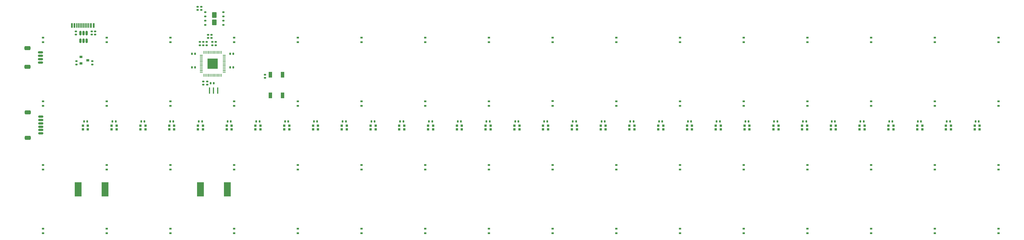
<source format=gbr>
%TF.GenerationSoftware,KiCad,Pcbnew,(6.0.11)*%
%TF.CreationDate,2023-02-13T13:43:31-05:00*%
%TF.ProjectId,HardLight,48617264-4c69-4676-9874-2e6b69636164,Mark 2 Rev F*%
%TF.SameCoordinates,Original*%
%TF.FileFunction,Paste,Bot*%
%TF.FilePolarity,Positive*%
%FSLAX46Y46*%
G04 Gerber Fmt 4.6, Leading zero omitted, Abs format (unit mm)*
G04 Created by KiCad (PCBNEW (6.0.11)) date 2023-02-13 13:43:31*
%MOMM*%
%LPD*%
G01*
G04 APERTURE LIST*
G04 Aperture macros list*
%AMRoundRect*
0 Rectangle with rounded corners*
0 $1 Rounding radius*
0 $2 $3 $4 $5 $6 $7 $8 $9 X,Y pos of 4 corners*
0 Add a 4 corners polygon primitive as box body*
4,1,4,$2,$3,$4,$5,$6,$7,$8,$9,$2,$3,0*
0 Add four circle primitives for the rounded corners*
1,1,$1+$1,$2,$3*
1,1,$1+$1,$4,$5*
1,1,$1+$1,$6,$7*
1,1,$1+$1,$8,$9*
0 Add four rect primitives between the rounded corners*
20,1,$1+$1,$2,$3,$4,$5,0*
20,1,$1+$1,$4,$5,$6,$7,0*
20,1,$1+$1,$6,$7,$8,$9,0*
20,1,$1+$1,$8,$9,$2,$3,0*%
G04 Aperture macros list end*
%ADD10RoundRect,0.147500X0.172500X-0.147500X0.172500X0.147500X-0.172500X0.147500X-0.172500X-0.147500X0*%
%ADD11RoundRect,0.147500X-0.172500X0.147500X-0.172500X-0.147500X0.172500X-0.147500X0.172500X0.147500X0*%
%ADD12RoundRect,0.147500X-0.147500X-0.172500X0.147500X-0.172500X0.147500X0.172500X-0.147500X0.172500X0*%
%ADD13RoundRect,0.250000X0.292217X0.292217X-0.292217X0.292217X-0.292217X-0.292217X0.292217X-0.292217X0*%
%ADD14RoundRect,0.050000X0.387500X0.050000X-0.387500X0.050000X-0.387500X-0.050000X0.387500X-0.050000X0*%
%ADD15RoundRect,0.050000X0.050000X0.387500X-0.050000X0.387500X-0.050000X-0.387500X0.050000X-0.387500X0*%
%ADD16R,3.050000X3.050000*%
%ADD17R,0.700000X0.600000*%
%ADD18R,0.900000X0.800000*%
%ADD19RoundRect,0.147500X0.147500X0.172500X-0.147500X0.172500X-0.147500X-0.172500X0.147500X-0.172500X0*%
%ADD20R,0.600000X1.450000*%
%ADD21R,0.300000X1.450000*%
%ADD22R,0.700000X0.700000*%
%ADD23R,2.000000X4.200000*%
%ADD24RoundRect,0.150000X0.625000X-0.150000X0.625000X0.150000X-0.625000X0.150000X-0.625000X-0.150000X0*%
%ADD25RoundRect,0.250000X0.650000X-0.350000X0.650000X0.350000X-0.650000X0.350000X-0.650000X-0.350000X0*%
%ADD26RoundRect,0.250000X0.435000X0.615000X-0.435000X0.615000X-0.435000X-0.615000X0.435000X-0.615000X0*%
%ADD27RoundRect,0.125000X0.250000X0.125000X-0.250000X0.125000X-0.250000X-0.125000X0.250000X-0.125000X0*%
%ADD28R,0.400000X1.900000*%
%ADD29RoundRect,0.150000X0.150000X-0.512500X0.150000X0.512500X-0.150000X0.512500X-0.150000X-0.512500X0*%
%ADD30R,1.100000X1.800000*%
G04 APERTURE END LIST*
D10*
%TO.C,C1*%
X83693000Y-84940000D03*
X83693000Y-83970000D03*
%TD*%
D11*
%TO.C,C2*%
X84836000Y-95781000D03*
X84836000Y-96751000D03*
%TD*%
D12*
%TO.C,C3*%
X91717000Y-91567000D03*
X92687000Y-91567000D03*
%TD*%
%TO.C,C6*%
X91717000Y-87503000D03*
X92687000Y-87503000D03*
%TD*%
D10*
%TO.C,C8*%
X86360000Y-84940000D03*
X86360000Y-83970000D03*
%TD*%
D13*
%TO.C,U0*%
X87124500Y-91125000D03*
X85849500Y-89850000D03*
X87124500Y-89850000D03*
X85849500Y-91125000D03*
D14*
X89924500Y-87887500D03*
X89924500Y-88287500D03*
X89924500Y-88687500D03*
X89924500Y-89087500D03*
X89924500Y-89487500D03*
X89924500Y-89887500D03*
X89924500Y-90287500D03*
X89924500Y-90687500D03*
X89924500Y-91087500D03*
X89924500Y-91487500D03*
X89924500Y-91887500D03*
X89924500Y-92287500D03*
X89924500Y-92687500D03*
X89924500Y-93087500D03*
D15*
X89087000Y-93925000D03*
X88687000Y-93925000D03*
X88287000Y-93925000D03*
X87887000Y-93925000D03*
X87487000Y-93925000D03*
X87087000Y-93925000D03*
X86687000Y-93925000D03*
X86287000Y-93925000D03*
X85887000Y-93925000D03*
X85487000Y-93925000D03*
X85087000Y-93925000D03*
X84687000Y-93925000D03*
X84287000Y-93925000D03*
X83887000Y-93925000D03*
D14*
X83049500Y-93087500D03*
X83049500Y-92687500D03*
X83049500Y-92287500D03*
X83049500Y-91887500D03*
X83049500Y-91487500D03*
X83049500Y-91087500D03*
X83049500Y-90687500D03*
X83049500Y-90287500D03*
X83049500Y-89887500D03*
X83049500Y-89487500D03*
X83049500Y-89087500D03*
X83049500Y-88687500D03*
X83049500Y-88287500D03*
X83049500Y-87887500D03*
D15*
X83887000Y-87050000D03*
X84287000Y-87050000D03*
X84687000Y-87050000D03*
X85087000Y-87050000D03*
X85487000Y-87050000D03*
X85887000Y-87050000D03*
X86287000Y-87050000D03*
X86687000Y-87050000D03*
X87087000Y-87050000D03*
X87487000Y-87050000D03*
X87887000Y-87050000D03*
X88287000Y-87050000D03*
X88687000Y-87050000D03*
X89087000Y-87050000D03*
D16*
X86487000Y-90487500D03*
%TD*%
D10*
%TO.C,C7*%
X82677000Y-84940000D03*
X82677000Y-83970000D03*
%TD*%
D17*
%TO.C,D1*%
X35718750Y-84043750D03*
X35718750Y-82643750D03*
%TD*%
%TO.C,D2*%
X54768750Y-84043750D03*
X54768750Y-82643750D03*
%TD*%
%TO.C,D3*%
X73818750Y-84043750D03*
X73818750Y-82643750D03*
%TD*%
%TO.C,D4*%
X92868750Y-84043750D03*
X92868750Y-82643750D03*
%TD*%
%TO.C,D5*%
X111918750Y-84043750D03*
X111918750Y-82643750D03*
%TD*%
%TO.C,D6*%
X130968750Y-84043750D03*
X130968750Y-82643750D03*
%TD*%
%TO.C,D7*%
X150018750Y-84043750D03*
X150018750Y-82643750D03*
%TD*%
%TO.C,D8*%
X169068750Y-84043750D03*
X169068750Y-82643750D03*
%TD*%
%TO.C,D9*%
X188118750Y-84043750D03*
X188118750Y-82643750D03*
%TD*%
%TO.C,D10*%
X207168750Y-84043750D03*
X207168750Y-82643750D03*
%TD*%
%TO.C,D11*%
X226218750Y-84043750D03*
X226218750Y-82643750D03*
%TD*%
%TO.C,D12*%
X245268750Y-84043750D03*
X245268750Y-82643750D03*
%TD*%
%TO.C,D13*%
X264318750Y-84043750D03*
X264318750Y-82643750D03*
%TD*%
%TO.C,D14*%
X283368750Y-84043750D03*
X283368750Y-82643750D03*
%TD*%
%TO.C,D15*%
X302418750Y-84043750D03*
X302418750Y-82643750D03*
%TD*%
%TO.C,D16*%
X321468750Y-84043750D03*
X321468750Y-82643750D03*
%TD*%
%TO.C,D17*%
X35718750Y-103093750D03*
X35718750Y-101693750D03*
%TD*%
%TO.C,D18*%
X54768750Y-103093750D03*
X54768750Y-101693750D03*
%TD*%
%TO.C,D19*%
X73818750Y-103093750D03*
X73818750Y-101693750D03*
%TD*%
%TO.C,D20*%
X92868750Y-103093750D03*
X92868750Y-101693750D03*
%TD*%
%TO.C,D21*%
X111918750Y-103093750D03*
X111918750Y-101693750D03*
%TD*%
%TO.C,D22*%
X130968750Y-103093750D03*
X130968750Y-101693750D03*
%TD*%
%TO.C,D23*%
X150018750Y-103093750D03*
X150018750Y-101693750D03*
%TD*%
%TO.C,D24*%
X169068750Y-103093750D03*
X169068750Y-101693750D03*
%TD*%
%TO.C,D25*%
X188118750Y-103031250D03*
X188118750Y-101631250D03*
%TD*%
%TO.C,D26*%
X207168750Y-103106250D03*
X207168750Y-101706250D03*
%TD*%
%TO.C,D27*%
X226218750Y-103093750D03*
X226218750Y-101693750D03*
%TD*%
%TO.C,D28*%
X245268750Y-103093750D03*
X245268750Y-101693750D03*
%TD*%
%TO.C,D29*%
X264318750Y-103093750D03*
X264318750Y-101693750D03*
%TD*%
%TO.C,D30*%
X283368750Y-103093750D03*
X283368750Y-101693750D03*
%TD*%
%TO.C,D31*%
X302418750Y-103093750D03*
X302418750Y-101693750D03*
%TD*%
%TO.C,D32*%
X321468750Y-103093750D03*
X321468750Y-101693750D03*
%TD*%
%TO.C,D33*%
X35718750Y-122143750D03*
X35718750Y-120743750D03*
%TD*%
%TO.C,D34*%
X54768750Y-122143750D03*
X54768750Y-120743750D03*
%TD*%
%TO.C,D35*%
X73818750Y-122143750D03*
X73818750Y-120743750D03*
%TD*%
%TO.C,D36*%
X92868750Y-122143750D03*
X92868750Y-120743750D03*
%TD*%
%TO.C,D37*%
X111918750Y-122143750D03*
X111918750Y-120743750D03*
%TD*%
%TO.C,D38*%
X130968750Y-122143750D03*
X130968750Y-120743750D03*
%TD*%
%TO.C,D39*%
X150018750Y-122143750D03*
X150018750Y-120743750D03*
%TD*%
%TO.C,D40*%
X169068750Y-122143750D03*
X169068750Y-120743750D03*
%TD*%
%TO.C,D41*%
X188118750Y-122143750D03*
X188118750Y-120743750D03*
%TD*%
%TO.C,D42*%
X207168750Y-122143750D03*
X207168750Y-120743750D03*
%TD*%
%TO.C,D43*%
X226218750Y-122143750D03*
X226218750Y-120743750D03*
%TD*%
%TO.C,D44*%
X245268750Y-122143750D03*
X245268750Y-120743750D03*
%TD*%
%TO.C,D45*%
X264318750Y-122143750D03*
X264318750Y-120743750D03*
%TD*%
%TO.C,D46*%
X283368750Y-122143750D03*
X283368750Y-120743750D03*
%TD*%
%TO.C,D47*%
X302418750Y-122143750D03*
X302418750Y-120743750D03*
%TD*%
%TO.C,D48*%
X321468750Y-122143750D03*
X321468750Y-120743750D03*
%TD*%
%TO.C,D49*%
X35718750Y-141193750D03*
X35718750Y-139793750D03*
%TD*%
%TO.C,D50*%
X54768750Y-141193750D03*
X54768750Y-139793750D03*
%TD*%
%TO.C,D51*%
X73818750Y-141193750D03*
X73818750Y-139793750D03*
%TD*%
%TO.C,D52*%
X92868750Y-141193750D03*
X92868750Y-139793750D03*
%TD*%
%TO.C,D53*%
X111918750Y-141193750D03*
X111918750Y-139793750D03*
%TD*%
%TO.C,D54*%
X130968750Y-141193750D03*
X130968750Y-139793750D03*
%TD*%
%TO.C,D55*%
X150018750Y-141193750D03*
X150018750Y-139793750D03*
%TD*%
%TO.C,D56*%
X169068750Y-141193750D03*
X169068750Y-139793750D03*
%TD*%
%TO.C,D57*%
X188118750Y-141193750D03*
X188118750Y-139793750D03*
%TD*%
%TO.C,D58*%
X207168750Y-141193750D03*
X207168750Y-139793750D03*
%TD*%
%TO.C,D59*%
X226218750Y-141193750D03*
X226218750Y-139793750D03*
%TD*%
%TO.C,D60*%
X245268750Y-141193750D03*
X245268750Y-139793750D03*
%TD*%
%TO.C,D61*%
X264318750Y-141193750D03*
X264318750Y-139793750D03*
%TD*%
%TO.C,D62*%
X283368750Y-141193750D03*
X283368750Y-139793750D03*
%TD*%
%TO.C,D63*%
X302418750Y-141193750D03*
X302418750Y-139793750D03*
%TD*%
%TO.C,D64*%
X321468750Y-141193750D03*
X321468750Y-139793750D03*
%TD*%
D10*
%TO.C,RC2*%
X50292000Y-81765000D03*
X50292000Y-80795000D03*
%TD*%
D11*
%TO.C,RC1*%
X45593000Y-80795000D03*
X45593000Y-81765000D03*
%TD*%
%TO.C,RD1*%
X86106000Y-81811000D03*
X86106000Y-82781000D03*
%TD*%
%TO.C,F0*%
X51308000Y-80795000D03*
X51308000Y-81765000D03*
%TD*%
D18*
%TO.C,U1*%
X47133000Y-90358000D03*
X47133000Y-88458000D03*
X49133000Y-89408000D03*
%TD*%
D19*
%TO.C,LC1*%
X48992475Y-107696000D03*
X48022475Y-107696000D03*
%TD*%
%TO.C,C4*%
X81257000Y-91567000D03*
X80287000Y-91567000D03*
%TD*%
D20*
%TO.C,J0*%
X44375000Y-79000400D03*
X45175000Y-79000400D03*
D21*
X46375000Y-79000400D03*
X47375000Y-79000400D03*
X47875000Y-79000400D03*
X48875000Y-79000400D03*
D20*
X50075000Y-79000400D03*
X50875000Y-79000400D03*
X50875000Y-79000400D03*
X50075000Y-79000400D03*
D21*
X49375000Y-79000400D03*
X48375000Y-79000400D03*
X46875000Y-79000400D03*
X45875000Y-79000400D03*
D20*
X45175000Y-79000400D03*
X44375000Y-79000400D03*
%TD*%
D19*
%TO.C,LC3*%
X66104700Y-107696000D03*
X65134700Y-107696000D03*
%TD*%
%TO.C,LC10*%
X126327275Y-107696000D03*
X125357275Y-107696000D03*
%TD*%
%TO.C,LC12*%
X143533725Y-107696000D03*
X142563725Y-107696000D03*
%TD*%
%TO.C,LC6*%
X91914375Y-107696000D03*
X90944375Y-107696000D03*
%TD*%
%TO.C,LC8*%
X109120825Y-107696000D03*
X108150825Y-107696000D03*
%TD*%
%TO.C,LC9*%
X117724050Y-107696000D03*
X116754050Y-107696000D03*
%TD*%
%TO.C,LC7*%
X100517600Y-107696000D03*
X99547600Y-107696000D03*
%TD*%
%TO.C,LC5*%
X83311150Y-107696000D03*
X82341150Y-107696000D03*
%TD*%
%TO.C,LC11*%
X134930500Y-107696000D03*
X133960500Y-107696000D03*
%TD*%
%TO.C,LC13*%
X152136950Y-107696000D03*
X151166950Y-107696000D03*
%TD*%
%TO.C,LC4*%
X74707925Y-107696000D03*
X73737925Y-107696000D03*
%TD*%
%TO.C,LC14*%
X160740175Y-107696000D03*
X159770175Y-107696000D03*
%TD*%
%TO.C,LC15*%
X169343400Y-107696000D03*
X168373400Y-107696000D03*
%TD*%
%TO.C,LC16*%
X177946625Y-107696000D03*
X176976625Y-107696000D03*
%TD*%
%TO.C,LC17*%
X186549850Y-107696000D03*
X185579850Y-107696000D03*
%TD*%
%TO.C,LC18*%
X195153075Y-107696000D03*
X194183075Y-107696000D03*
%TD*%
%TO.C,LC19*%
X203756300Y-107696000D03*
X202786300Y-107696000D03*
%TD*%
%TO.C,LC20*%
X212359525Y-107696000D03*
X211389525Y-107696000D03*
%TD*%
%TO.C,LC21*%
X220950475Y-107696000D03*
X219980475Y-107696000D03*
%TD*%
%TO.C,LC22*%
X229565975Y-107696000D03*
X228595975Y-107696000D03*
%TD*%
%TO.C,LC23*%
X238169200Y-107696000D03*
X237199200Y-107696000D03*
%TD*%
%TO.C,LC24*%
X246772425Y-107696000D03*
X245802425Y-107696000D03*
%TD*%
%TO.C,LC25*%
X255341275Y-107696000D03*
X254371275Y-107696000D03*
%TD*%
%TO.C,LC26*%
X263978875Y-107696000D03*
X263008875Y-107696000D03*
%TD*%
%TO.C,LC27*%
X272582100Y-107696000D03*
X271612100Y-107696000D03*
%TD*%
%TO.C,LC28*%
X281185325Y-107696000D03*
X280215325Y-107696000D03*
%TD*%
%TO.C,LC29*%
X289788550Y-107696000D03*
X288818550Y-107696000D03*
%TD*%
%TO.C,LC30*%
X298319900Y-107696000D03*
X297349900Y-107696000D03*
%TD*%
%TO.C,LC31*%
X306995000Y-107696000D03*
X306025000Y-107696000D03*
%TD*%
%TO.C,LC32*%
X315598225Y-107696000D03*
X314628225Y-107696000D03*
%TD*%
D22*
%TO.C,LD16*%
X178217125Y-108987500D03*
X178217125Y-110087500D03*
X176717125Y-110087500D03*
X176717125Y-108987500D03*
%TD*%
%TO.C,LD17*%
X186820350Y-108987500D03*
X186820350Y-110087500D03*
X185320350Y-110087500D03*
X185320350Y-108987500D03*
%TD*%
%TO.C,LD18*%
X195423575Y-108987500D03*
X195423575Y-110087500D03*
X193923575Y-110087500D03*
X193923575Y-108987500D03*
%TD*%
%TO.C,LD19*%
X204026800Y-108987500D03*
X204026800Y-110087500D03*
X202526800Y-110087500D03*
X202526800Y-108987500D03*
%TD*%
%TO.C,LD20*%
X212630025Y-108987500D03*
X212630025Y-110087500D03*
X211130025Y-110087500D03*
X211130025Y-108987500D03*
%TD*%
%TO.C,LD21*%
X221233250Y-108987500D03*
X221233250Y-110087500D03*
X219733250Y-110087500D03*
X219733250Y-108987500D03*
%TD*%
%TO.C,LD22*%
X229836475Y-108987500D03*
X229836475Y-110087500D03*
X228336475Y-110087500D03*
X228336475Y-108987500D03*
%TD*%
%TO.C,LD23*%
X238439700Y-108987500D03*
X238439700Y-110087500D03*
X236939700Y-110087500D03*
X236939700Y-108987500D03*
%TD*%
%TO.C,LD24*%
X247042925Y-108987500D03*
X247042925Y-110087500D03*
X245542925Y-110087500D03*
X245542925Y-108987500D03*
%TD*%
%TO.C,LD25*%
X255680525Y-108987500D03*
X255680525Y-110087500D03*
X254180525Y-110087500D03*
X254180525Y-108987500D03*
%TD*%
%TO.C,LD26*%
X264249375Y-108987500D03*
X264249375Y-110087500D03*
X262749375Y-110087500D03*
X262749375Y-108987500D03*
%TD*%
%TO.C,LD27*%
X272852600Y-108987500D03*
X272852600Y-110087500D03*
X271352600Y-110087500D03*
X271352600Y-108987500D03*
%TD*%
%TO.C,LD28*%
X281455825Y-108987500D03*
X281455825Y-110087500D03*
X279955825Y-110087500D03*
X279955825Y-108987500D03*
%TD*%
%TO.C,LD29*%
X290059050Y-108987500D03*
X290059050Y-110087500D03*
X288559050Y-110087500D03*
X288559050Y-108987500D03*
%TD*%
%TO.C,LD30*%
X298734150Y-108987500D03*
X298734150Y-110087500D03*
X297234150Y-110087500D03*
X297234150Y-108987500D03*
%TD*%
%TO.C,LD32*%
X315868725Y-108987500D03*
X315868725Y-110087500D03*
X314368725Y-110087500D03*
X314368725Y-108987500D03*
%TD*%
%TO.C,LD31*%
X307265500Y-108987500D03*
X307265500Y-110087500D03*
X305765500Y-110087500D03*
X305765500Y-108987500D03*
%TD*%
%TO.C,LD15*%
X169613900Y-108987500D03*
X169613900Y-110087500D03*
X168113900Y-110087500D03*
X168113900Y-108987500D03*
%TD*%
%TO.C,LD14*%
X161010675Y-108987500D03*
X161010675Y-110087500D03*
X159510675Y-110087500D03*
X159510675Y-108987500D03*
%TD*%
%TO.C,LD12*%
X143804225Y-108987500D03*
X143804225Y-110087500D03*
X142304225Y-110087500D03*
X142304225Y-108987500D03*
%TD*%
%TO.C,LD10*%
X126597775Y-108987500D03*
X126597775Y-110087500D03*
X125097775Y-110087500D03*
X125097775Y-108987500D03*
%TD*%
%TO.C,LD13*%
X152407450Y-108987500D03*
X152407450Y-110087500D03*
X150907450Y-110087500D03*
X150907450Y-108987500D03*
%TD*%
%TO.C,LD5*%
X83581650Y-108987500D03*
X83581650Y-110087500D03*
X82081650Y-110087500D03*
X82081650Y-108987500D03*
%TD*%
%TO.C,LD11*%
X135201000Y-108987500D03*
X135201000Y-110087500D03*
X133701000Y-110087500D03*
X133701000Y-108987500D03*
%TD*%
%TO.C,LD6*%
X92184875Y-108987500D03*
X92184875Y-110087500D03*
X90684875Y-110087500D03*
X90684875Y-108987500D03*
%TD*%
%TO.C,LD7*%
X100788100Y-108987500D03*
X100788100Y-110087500D03*
X99288100Y-110087500D03*
X99288100Y-108987500D03*
%TD*%
%TO.C,LD8*%
X109391325Y-108987500D03*
X109391325Y-110087500D03*
X107891325Y-110087500D03*
X107891325Y-108987500D03*
%TD*%
%TO.C,LD9*%
X117994550Y-108987500D03*
X117994550Y-110087500D03*
X116494550Y-110087500D03*
X116494550Y-108987500D03*
%TD*%
%TO.C,LD2*%
X57771975Y-108987500D03*
X57771975Y-110087500D03*
X56271975Y-110087500D03*
X56271975Y-108987500D03*
%TD*%
%TO.C,LD1*%
X49168750Y-108987500D03*
X49168750Y-110087500D03*
X47668750Y-110087500D03*
X47668750Y-108987500D03*
%TD*%
%TO.C,LD3*%
X66375200Y-108987500D03*
X66375200Y-110087500D03*
X64875200Y-110087500D03*
X64875200Y-108987500D03*
%TD*%
%TO.C,LD4*%
X74978425Y-108987500D03*
X74978425Y-110087500D03*
X73478425Y-110087500D03*
X73478425Y-108987500D03*
%TD*%
D19*
%TO.C,LC2*%
X57501475Y-107696000D03*
X56531475Y-107696000D03*
%TD*%
%TO.C,C5*%
X81257000Y-87503000D03*
X80287000Y-87503000D03*
%TD*%
D23*
%TO.C,TX0*%
X82868000Y-128016000D03*
X90868000Y-128016000D03*
%TD*%
%TO.C,TX1*%
X54292000Y-128016000D03*
X46292000Y-128016000D03*
%TD*%
D10*
%TO.C,CF1*%
X83058000Y-74399000D03*
X83058000Y-73429000D03*
%TD*%
D24*
%TO.C,J1*%
X34954750Y-90107000D03*
X34954750Y-89107000D03*
X34954750Y-88107000D03*
X34954750Y-87107000D03*
D25*
X31079750Y-91407000D03*
X31079750Y-85807000D03*
%TD*%
D11*
%TO.C,C10*%
X83693000Y-95781000D03*
X83693000Y-96751000D03*
%TD*%
D10*
%TO.C,C11*%
X84709000Y-84940000D03*
X84709000Y-83970000D03*
%TD*%
D26*
%TO.C,U3*%
X87000000Y-78063900D03*
X87000000Y-75913900D03*
D27*
X89700000Y-75083900D03*
X89700000Y-76353900D03*
X89700000Y-77623900D03*
X89700000Y-78893900D03*
X84300000Y-78893900D03*
X84300000Y-77623900D03*
X84300000Y-76353900D03*
X84300000Y-75083900D03*
%TD*%
D28*
%TO.C,Y0*%
X87968000Y-98479000D03*
X86768000Y-98479000D03*
X85568000Y-98479000D03*
%TD*%
D10*
%TO.C,RR1*%
X102108000Y-94719000D03*
X102108000Y-93749000D03*
%TD*%
D29*
%TO.C,U2*%
X48829000Y-83560500D03*
X47879000Y-83560500D03*
X46929000Y-83560500D03*
X46929000Y-81285500D03*
X47879000Y-81285500D03*
X48829000Y-81285500D03*
%TD*%
D10*
%TO.C,RF2*%
X81975000Y-74399000D03*
X81975000Y-73429000D03*
%TD*%
D11*
%TO.C,RD0*%
X85090000Y-81811000D03*
X85090000Y-82781000D03*
%TD*%
D30*
%TO.C,S1*%
X107412100Y-99931400D03*
X107412100Y-93731400D03*
X103712100Y-99931400D03*
X103712100Y-93731400D03*
%TD*%
D10*
%TO.C,C9*%
X87376000Y-84940000D03*
X87376000Y-83970000D03*
%TD*%
%TO.C,CP0*%
X50506700Y-90683750D03*
X50506700Y-89713750D03*
%TD*%
D11*
%TO.C,CP1*%
X45744500Y-89713750D03*
X45744500Y-90683750D03*
%TD*%
D19*
%TO.C,RX1*%
X86845000Y-96266000D03*
X85875000Y-96266000D03*
%TD*%
D24*
%TO.C,J2*%
X35050000Y-111300000D03*
X35050000Y-110300000D03*
X35050000Y-109300000D03*
X35050000Y-108300000D03*
X35050000Y-107300000D03*
X35050000Y-106300000D03*
D25*
X31175000Y-112600000D03*
X31175000Y-105000000D03*
%TD*%
M02*

</source>
